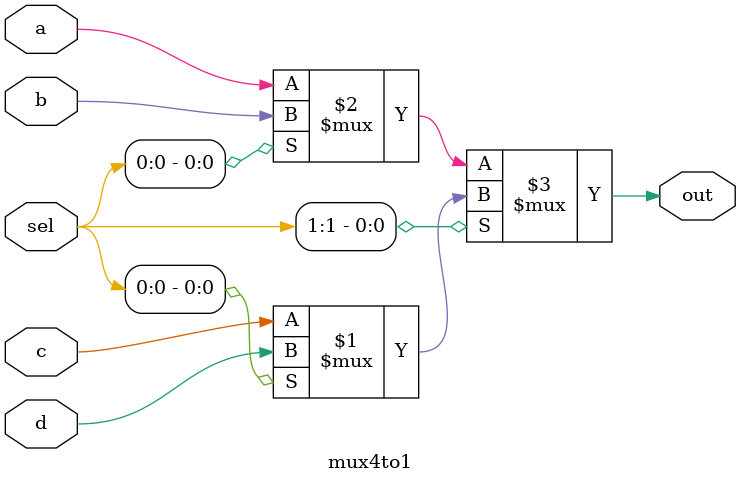
<source format=v>
module mux4to1 ( input a,                 // input called a
                         input b,                 // input called b
                         input c,                 // input called c
                         input d,                 // input called d
                         input [1:0] sel,         // input sel used to select between a,b,c,d
                         output out);             // output based on input sel

   // When sel[1] is 0, (sel[0]? b:a) is selected and when sel[1] is 1, (sel[0] ? d:c) is taken
   // When sel[0] is 0, a is sent to output, else b and when sel[0] is 0, c is sent to output, else d
   assign out = sel[1] ? (sel[0] ? d : c) : (sel[0] ? b : a); 
   
endmodule
</source>
